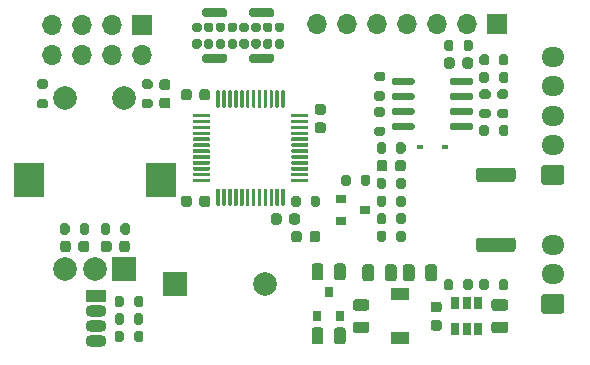
<source format=gbr>
G04 #@! TF.GenerationSoftware,KiCad,Pcbnew,5.1.10-88a1d61d58~90~ubuntu20.04.1*
G04 #@! TF.CreationDate,2021-08-05T14:32:23+02:00*
G04 #@! TF.ProjectId,arlene,61726c65-6e65-42e6-9b69-6361645f7063,v1.00*
G04 #@! TF.SameCoordinates,Original*
G04 #@! TF.FileFunction,Soldermask,Top*
G04 #@! TF.FilePolarity,Negative*
%FSLAX46Y46*%
G04 Gerber Fmt 4.6, Leading zero omitted, Abs format (unit mm)*
G04 Created by KiCad (PCBNEW 5.1.10-88a1d61d58~90~ubuntu20.04.1) date 2021-08-05 14:32:23*
%MOMM*%
%LPD*%
G01*
G04 APERTURE LIST*
%ADD10O,1.800000X1.070000*%
%ADD11R,1.800000X1.070000*%
%ADD12O,1.950000X1.700000*%
%ADD13C,2.000000*%
%ADD14R,2.500000X3.000000*%
%ADD15R,2.000000X2.000000*%
%ADD16R,0.600000X0.450000*%
%ADD17R,0.650000X1.060000*%
%ADD18R,0.800000X0.900000*%
%ADD19R,1.700000X1.700000*%
%ADD20O,1.700000X1.700000*%
%ADD21R,1.600000X1.000000*%
%ADD22R,0.900000X0.800000*%
G04 APERTURE END LIST*
G36*
G01*
X144580000Y-88640000D02*
X144580000Y-88240000D01*
G75*
G02*
X144780000Y-88040000I200000J0D01*
G01*
X145180000Y-88040000D01*
G75*
G02*
X145380000Y-88240000I0J-200000D01*
G01*
X145380000Y-88640000D01*
G75*
G02*
X145180000Y-88840000I-200000J0D01*
G01*
X144780000Y-88840000D01*
G75*
G02*
X144580000Y-88640000I0J200000D01*
G01*
G37*
G36*
G01*
X145580000Y-88640000D02*
X145580000Y-88240000D01*
G75*
G02*
X145780000Y-88040000I200000J0D01*
G01*
X146180000Y-88040000D01*
G75*
G02*
X146380000Y-88240000I0J-200000D01*
G01*
X146380000Y-88640000D01*
G75*
G02*
X146180000Y-88840000I-200000J0D01*
G01*
X145780000Y-88840000D01*
G75*
G02*
X145580000Y-88640000I0J200000D01*
G01*
G37*
G36*
G01*
X146580000Y-88640000D02*
X146580000Y-88240000D01*
G75*
G02*
X146780000Y-88040000I200000J0D01*
G01*
X147180000Y-88040000D01*
G75*
G02*
X147380000Y-88240000I0J-200000D01*
G01*
X147380000Y-88640000D01*
G75*
G02*
X147180000Y-88840000I-200000J0D01*
G01*
X146780000Y-88840000D01*
G75*
G02*
X146580000Y-88640000I0J200000D01*
G01*
G37*
G36*
G01*
X147580000Y-88640000D02*
X147580000Y-88240000D01*
G75*
G02*
X147780000Y-88040000I200000J0D01*
G01*
X148180000Y-88040000D01*
G75*
G02*
X148380000Y-88240000I0J-200000D01*
G01*
X148380000Y-88640000D01*
G75*
G02*
X148180000Y-88840000I-200000J0D01*
G01*
X147780000Y-88840000D01*
G75*
G02*
X147580000Y-88640000I0J200000D01*
G01*
G37*
G36*
G01*
X143580000Y-88640000D02*
X143580000Y-88240000D01*
G75*
G02*
X143780000Y-88040000I200000J0D01*
G01*
X144180000Y-88040000D01*
G75*
G02*
X144380000Y-88240000I0J-200000D01*
G01*
X144380000Y-88640000D01*
G75*
G02*
X144180000Y-88840000I-200000J0D01*
G01*
X143780000Y-88840000D01*
G75*
G02*
X143580000Y-88640000I0J200000D01*
G01*
G37*
G36*
G01*
X141580000Y-88640000D02*
X141580000Y-88240000D01*
G75*
G02*
X141780000Y-88040000I200000J0D01*
G01*
X142180000Y-88040000D01*
G75*
G02*
X142380000Y-88240000I0J-200000D01*
G01*
X142380000Y-88640000D01*
G75*
G02*
X142180000Y-88840000I-200000J0D01*
G01*
X141780000Y-88840000D01*
G75*
G02*
X141580000Y-88640000I0J200000D01*
G01*
G37*
G36*
G01*
X140580000Y-88640000D02*
X140580000Y-88240000D01*
G75*
G02*
X140780000Y-88040000I200000J0D01*
G01*
X141180000Y-88040000D01*
G75*
G02*
X141380000Y-88240000I0J-200000D01*
G01*
X141380000Y-88640000D01*
G75*
G02*
X141180000Y-88840000I-200000J0D01*
G01*
X140780000Y-88840000D01*
G75*
G02*
X140580000Y-88640000I0J200000D01*
G01*
G37*
G36*
G01*
X140580000Y-87240000D02*
X140580000Y-86840000D01*
G75*
G02*
X140780000Y-86640000I200000J0D01*
G01*
X141180000Y-86640000D01*
G75*
G02*
X141380000Y-86840000I0J-200000D01*
G01*
X141380000Y-87240000D01*
G75*
G02*
X141180000Y-87440000I-200000J0D01*
G01*
X140780000Y-87440000D01*
G75*
G02*
X140580000Y-87240000I0J200000D01*
G01*
G37*
G36*
G01*
X141580000Y-87240000D02*
X141580000Y-86840000D01*
G75*
G02*
X141780000Y-86640000I200000J0D01*
G01*
X142180000Y-86640000D01*
G75*
G02*
X142380000Y-86840000I0J-200000D01*
G01*
X142380000Y-87240000D01*
G75*
G02*
X142180000Y-87440000I-200000J0D01*
G01*
X141780000Y-87440000D01*
G75*
G02*
X141580000Y-87240000I0J200000D01*
G01*
G37*
G36*
G01*
X142580000Y-87240000D02*
X142580000Y-86840000D01*
G75*
G02*
X142780000Y-86640000I200000J0D01*
G01*
X143180000Y-86640000D01*
G75*
G02*
X143380000Y-86840000I0J-200000D01*
G01*
X143380000Y-87240000D01*
G75*
G02*
X143180000Y-87440000I-200000J0D01*
G01*
X142780000Y-87440000D01*
G75*
G02*
X142580000Y-87240000I0J200000D01*
G01*
G37*
G36*
G01*
X143580000Y-87240000D02*
X143580000Y-86840000D01*
G75*
G02*
X143780000Y-86640000I200000J0D01*
G01*
X144180000Y-86640000D01*
G75*
G02*
X144380000Y-86840000I0J-200000D01*
G01*
X144380000Y-87240000D01*
G75*
G02*
X144180000Y-87440000I-200000J0D01*
G01*
X143780000Y-87440000D01*
G75*
G02*
X143580000Y-87240000I0J200000D01*
G01*
G37*
G36*
G01*
X144580000Y-87240000D02*
X144580000Y-86840000D01*
G75*
G02*
X144780000Y-86640000I200000J0D01*
G01*
X145180000Y-86640000D01*
G75*
G02*
X145380000Y-86840000I0J-200000D01*
G01*
X145380000Y-87240000D01*
G75*
G02*
X145180000Y-87440000I-200000J0D01*
G01*
X144780000Y-87440000D01*
G75*
G02*
X144580000Y-87240000I0J200000D01*
G01*
G37*
G36*
G01*
X146580000Y-87240000D02*
X146580000Y-86840000D01*
G75*
G02*
X146780000Y-86640000I200000J0D01*
G01*
X147180000Y-86640000D01*
G75*
G02*
X147380000Y-86840000I0J-200000D01*
G01*
X147380000Y-87240000D01*
G75*
G02*
X147180000Y-87440000I-200000J0D01*
G01*
X146780000Y-87440000D01*
G75*
G02*
X146580000Y-87240000I0J200000D01*
G01*
G37*
G36*
G01*
X147580000Y-87240000D02*
X147580000Y-86840000D01*
G75*
G02*
X147780000Y-86640000I200000J0D01*
G01*
X148180000Y-86640000D01*
G75*
G02*
X148380000Y-86840000I0J-200000D01*
G01*
X148380000Y-87240000D01*
G75*
G02*
X148180000Y-87440000I-200000J0D01*
G01*
X147780000Y-87440000D01*
G75*
G02*
X147580000Y-87240000I0J200000D01*
G01*
G37*
G36*
G01*
X141430000Y-86010000D02*
X141430000Y-85610000D01*
G75*
G02*
X141630000Y-85410000I200000J0D01*
G01*
X143330000Y-85410000D01*
G75*
G02*
X143530000Y-85610000I0J-200000D01*
G01*
X143530000Y-86010000D01*
G75*
G02*
X143330000Y-86210000I-200000J0D01*
G01*
X141630000Y-86210000D01*
G75*
G02*
X141430000Y-86010000I0J200000D01*
G01*
G37*
G36*
G01*
X145430000Y-86010000D02*
X145430000Y-85610000D01*
G75*
G02*
X145630000Y-85410000I200000J0D01*
G01*
X147330000Y-85410000D01*
G75*
G02*
X147530000Y-85610000I0J-200000D01*
G01*
X147530000Y-86010000D01*
G75*
G02*
X147330000Y-86210000I-200000J0D01*
G01*
X145630000Y-86210000D01*
G75*
G02*
X145430000Y-86010000I0J200000D01*
G01*
G37*
G36*
G01*
X145430000Y-89870000D02*
X145430000Y-89470000D01*
G75*
G02*
X145630000Y-89270000I200000J0D01*
G01*
X147330000Y-89270000D01*
G75*
G02*
X147530000Y-89470000I0J-200000D01*
G01*
X147530000Y-89870000D01*
G75*
G02*
X147330000Y-90070000I-200000J0D01*
G01*
X145630000Y-90070000D01*
G75*
G02*
X145430000Y-89870000I0J200000D01*
G01*
G37*
G36*
G01*
X141430000Y-89870000D02*
X141430000Y-89470000D01*
G75*
G02*
X141630000Y-89270000I200000J0D01*
G01*
X143330000Y-89270000D01*
G75*
G02*
X143530000Y-89470000I0J-200000D01*
G01*
X143530000Y-89870000D01*
G75*
G02*
X143330000Y-90070000I-200000J0D01*
G01*
X141630000Y-90070000D01*
G75*
G02*
X141430000Y-89870000I0J200000D01*
G01*
G37*
G36*
G01*
X145580000Y-87240000D02*
X145580000Y-86840000D01*
G75*
G02*
X145780000Y-86640000I200000J0D01*
G01*
X146180000Y-86640000D01*
G75*
G02*
X146380000Y-86840000I0J-200000D01*
G01*
X146380000Y-87240000D01*
G75*
G02*
X146180000Y-87440000I-200000J0D01*
G01*
X145780000Y-87440000D01*
G75*
G02*
X145580000Y-87240000I0J200000D01*
G01*
G37*
G36*
G01*
X142580000Y-88640000D02*
X142580000Y-88240000D01*
G75*
G02*
X142780000Y-88040000I200000J0D01*
G01*
X143180000Y-88040000D01*
G75*
G02*
X143380000Y-88240000I0J-200000D01*
G01*
X143380000Y-88640000D01*
G75*
G02*
X143180000Y-88840000I-200000J0D01*
G01*
X142780000Y-88840000D01*
G75*
G02*
X142580000Y-88640000I0J200000D01*
G01*
G37*
D10*
X132480000Y-113560000D03*
X132480000Y-112290000D03*
X132480000Y-111020000D03*
D11*
X132480000Y-109750000D03*
G36*
G01*
X167715000Y-106075000D02*
X164865000Y-106075000D01*
G75*
G02*
X164615000Y-105825000I0J250000D01*
G01*
X164615000Y-105100000D01*
G75*
G02*
X164865000Y-104850000I250000J0D01*
G01*
X167715000Y-104850000D01*
G75*
G02*
X167965000Y-105100000I0J-250000D01*
G01*
X167965000Y-105825000D01*
G75*
G02*
X167715000Y-106075000I-250000J0D01*
G01*
G37*
G36*
G01*
X167715000Y-100150000D02*
X164865000Y-100150000D01*
G75*
G02*
X164615000Y-99900000I0J250000D01*
G01*
X164615000Y-99175000D01*
G75*
G02*
X164865000Y-98925000I250000J0D01*
G01*
X167715000Y-98925000D01*
G75*
G02*
X167965000Y-99175000I0J-250000D01*
G01*
X167965000Y-99900000D01*
G75*
G02*
X167715000Y-100150000I-250000J0D01*
G01*
G37*
G36*
G01*
X166605000Y-92305000D02*
X167155000Y-92305000D01*
G75*
G02*
X167355000Y-92505000I0J-200000D01*
G01*
X167355000Y-92905000D01*
G75*
G02*
X167155000Y-93105000I-200000J0D01*
G01*
X166605000Y-93105000D01*
G75*
G02*
X166405000Y-92905000I0J200000D01*
G01*
X166405000Y-92505000D01*
G75*
G02*
X166605000Y-92305000I200000J0D01*
G01*
G37*
G36*
G01*
X166605000Y-93955000D02*
X167155000Y-93955000D01*
G75*
G02*
X167355000Y-94155000I0J-200000D01*
G01*
X167355000Y-94555000D01*
G75*
G02*
X167155000Y-94755000I-200000J0D01*
G01*
X166605000Y-94755000D01*
G75*
G02*
X166405000Y-94555000I0J200000D01*
G01*
X166405000Y-94155000D01*
G75*
G02*
X166605000Y-93955000I200000J0D01*
G01*
G37*
G36*
G01*
X165105000Y-93955000D02*
X165655000Y-93955000D01*
G75*
G02*
X165855000Y-94155000I0J-200000D01*
G01*
X165855000Y-94555000D01*
G75*
G02*
X165655000Y-94755000I-200000J0D01*
G01*
X165105000Y-94755000D01*
G75*
G02*
X164905000Y-94555000I0J200000D01*
G01*
X164905000Y-94155000D01*
G75*
G02*
X165105000Y-93955000I200000J0D01*
G01*
G37*
G36*
G01*
X165105000Y-92305000D02*
X165655000Y-92305000D01*
G75*
G02*
X165855000Y-92505000I0J-200000D01*
G01*
X165855000Y-92905000D01*
G75*
G02*
X165655000Y-93105000I-200000J0D01*
G01*
X165105000Y-93105000D01*
G75*
G02*
X164905000Y-92905000I0J200000D01*
G01*
X164905000Y-92505000D01*
G75*
G02*
X165105000Y-92305000I200000J0D01*
G01*
G37*
G36*
G01*
X165705000Y-91015000D02*
X165705000Y-91565000D01*
G75*
G02*
X165505000Y-91765000I-200000J0D01*
G01*
X165105000Y-91765000D01*
G75*
G02*
X164905000Y-91565000I0J200000D01*
G01*
X164905000Y-91015000D01*
G75*
G02*
X165105000Y-90815000I200000J0D01*
G01*
X165505000Y-90815000D01*
G75*
G02*
X165705000Y-91015000I0J-200000D01*
G01*
G37*
G36*
G01*
X167355000Y-91015000D02*
X167355000Y-91565000D01*
G75*
G02*
X167155000Y-91765000I-200000J0D01*
G01*
X166755000Y-91765000D01*
G75*
G02*
X166555000Y-91565000I0J200000D01*
G01*
X166555000Y-91015000D01*
G75*
G02*
X166755000Y-90815000I200000J0D01*
G01*
X167155000Y-90815000D01*
G75*
G02*
X167355000Y-91015000I0J-200000D01*
G01*
G37*
G36*
G01*
X157460000Y-91775000D02*
X157460000Y-91475000D01*
G75*
G02*
X157610000Y-91325000I150000J0D01*
G01*
X159260000Y-91325000D01*
G75*
G02*
X159410000Y-91475000I0J-150000D01*
G01*
X159410000Y-91775000D01*
G75*
G02*
X159260000Y-91925000I-150000J0D01*
G01*
X157610000Y-91925000D01*
G75*
G02*
X157460000Y-91775000I0J150000D01*
G01*
G37*
G36*
G01*
X157460000Y-93045000D02*
X157460000Y-92745000D01*
G75*
G02*
X157610000Y-92595000I150000J0D01*
G01*
X159260000Y-92595000D01*
G75*
G02*
X159410000Y-92745000I0J-150000D01*
G01*
X159410000Y-93045000D01*
G75*
G02*
X159260000Y-93195000I-150000J0D01*
G01*
X157610000Y-93195000D01*
G75*
G02*
X157460000Y-93045000I0J150000D01*
G01*
G37*
G36*
G01*
X157460000Y-94315000D02*
X157460000Y-94015000D01*
G75*
G02*
X157610000Y-93865000I150000J0D01*
G01*
X159260000Y-93865000D01*
G75*
G02*
X159410000Y-94015000I0J-150000D01*
G01*
X159410000Y-94315000D01*
G75*
G02*
X159260000Y-94465000I-150000J0D01*
G01*
X157610000Y-94465000D01*
G75*
G02*
X157460000Y-94315000I0J150000D01*
G01*
G37*
G36*
G01*
X157460000Y-95585000D02*
X157460000Y-95285000D01*
G75*
G02*
X157610000Y-95135000I150000J0D01*
G01*
X159260000Y-95135000D01*
G75*
G02*
X159410000Y-95285000I0J-150000D01*
G01*
X159410000Y-95585000D01*
G75*
G02*
X159260000Y-95735000I-150000J0D01*
G01*
X157610000Y-95735000D01*
G75*
G02*
X157460000Y-95585000I0J150000D01*
G01*
G37*
G36*
G01*
X162410000Y-95585000D02*
X162410000Y-95285000D01*
G75*
G02*
X162560000Y-95135000I150000J0D01*
G01*
X164210000Y-95135000D01*
G75*
G02*
X164360000Y-95285000I0J-150000D01*
G01*
X164360000Y-95585000D01*
G75*
G02*
X164210000Y-95735000I-150000J0D01*
G01*
X162560000Y-95735000D01*
G75*
G02*
X162410000Y-95585000I0J150000D01*
G01*
G37*
G36*
G01*
X162410000Y-94315000D02*
X162410000Y-94015000D01*
G75*
G02*
X162560000Y-93865000I150000J0D01*
G01*
X164210000Y-93865000D01*
G75*
G02*
X164360000Y-94015000I0J-150000D01*
G01*
X164360000Y-94315000D01*
G75*
G02*
X164210000Y-94465000I-150000J0D01*
G01*
X162560000Y-94465000D01*
G75*
G02*
X162410000Y-94315000I0J150000D01*
G01*
G37*
G36*
G01*
X162410000Y-93045000D02*
X162410000Y-92745000D01*
G75*
G02*
X162560000Y-92595000I150000J0D01*
G01*
X164210000Y-92595000D01*
G75*
G02*
X164360000Y-92745000I0J-150000D01*
G01*
X164360000Y-93045000D01*
G75*
G02*
X164210000Y-93195000I-150000J0D01*
G01*
X162560000Y-93195000D01*
G75*
G02*
X162410000Y-93045000I0J150000D01*
G01*
G37*
G36*
G01*
X162410000Y-91775000D02*
X162410000Y-91475000D01*
G75*
G02*
X162560000Y-91325000I150000J0D01*
G01*
X164210000Y-91325000D01*
G75*
G02*
X164360000Y-91475000I0J-150000D01*
G01*
X164360000Y-91775000D01*
G75*
G02*
X164210000Y-91925000I-150000J0D01*
G01*
X162560000Y-91925000D01*
G75*
G02*
X162410000Y-91775000I0J150000D01*
G01*
G37*
G36*
G01*
X156205000Y-102035000D02*
X156205000Y-101485000D01*
G75*
G02*
X156405000Y-101285000I200000J0D01*
G01*
X156805000Y-101285000D01*
G75*
G02*
X157005000Y-101485000I0J-200000D01*
G01*
X157005000Y-102035000D01*
G75*
G02*
X156805000Y-102235000I-200000J0D01*
G01*
X156405000Y-102235000D01*
G75*
G02*
X156205000Y-102035000I0J200000D01*
G01*
G37*
G36*
G01*
X157855000Y-102035000D02*
X157855000Y-101485000D01*
G75*
G02*
X158055000Y-101285000I200000J0D01*
G01*
X158455000Y-101285000D01*
G75*
G02*
X158655000Y-101485000I0J-200000D01*
G01*
X158655000Y-102035000D01*
G75*
G02*
X158455000Y-102235000I-200000J0D01*
G01*
X158055000Y-102235000D01*
G75*
G02*
X157855000Y-102035000I0J200000D01*
G01*
G37*
G36*
G01*
X157005000Y-99985000D02*
X157005000Y-100535000D01*
G75*
G02*
X156805000Y-100735000I-200000J0D01*
G01*
X156405000Y-100735000D01*
G75*
G02*
X156205000Y-100535000I0J200000D01*
G01*
X156205000Y-99985000D01*
G75*
G02*
X156405000Y-99785000I200000J0D01*
G01*
X156805000Y-99785000D01*
G75*
G02*
X157005000Y-99985000I0J-200000D01*
G01*
G37*
G36*
G01*
X158655000Y-99985000D02*
X158655000Y-100535000D01*
G75*
G02*
X158455000Y-100735000I-200000J0D01*
G01*
X158055000Y-100735000D01*
G75*
G02*
X157855000Y-100535000I0J200000D01*
G01*
X157855000Y-99985000D01*
G75*
G02*
X158055000Y-99785000I200000J0D01*
G01*
X158455000Y-99785000D01*
G75*
G02*
X158655000Y-99985000I0J-200000D01*
G01*
G37*
G36*
G01*
X158655000Y-104465000D02*
X158655000Y-105015000D01*
G75*
G02*
X158455000Y-105215000I-200000J0D01*
G01*
X158055000Y-105215000D01*
G75*
G02*
X157855000Y-105015000I0J200000D01*
G01*
X157855000Y-104465000D01*
G75*
G02*
X158055000Y-104265000I200000J0D01*
G01*
X158455000Y-104265000D01*
G75*
G02*
X158655000Y-104465000I0J-200000D01*
G01*
G37*
G36*
G01*
X157005000Y-104465000D02*
X157005000Y-105015000D01*
G75*
G02*
X156805000Y-105215000I-200000J0D01*
G01*
X156405000Y-105215000D01*
G75*
G02*
X156205000Y-105015000I0J200000D01*
G01*
X156205000Y-104465000D01*
G75*
G02*
X156405000Y-104265000I200000J0D01*
G01*
X156805000Y-104265000D01*
G75*
G02*
X157005000Y-104465000I0J-200000D01*
G01*
G37*
G36*
G01*
X157855000Y-103515000D02*
X157855000Y-102965000D01*
G75*
G02*
X158055000Y-102765000I200000J0D01*
G01*
X158455000Y-102765000D01*
G75*
G02*
X158655000Y-102965000I0J-200000D01*
G01*
X158655000Y-103515000D01*
G75*
G02*
X158455000Y-103715000I-200000J0D01*
G01*
X158055000Y-103715000D01*
G75*
G02*
X157855000Y-103515000I0J200000D01*
G01*
G37*
G36*
G01*
X156205000Y-103515000D02*
X156205000Y-102965000D01*
G75*
G02*
X156405000Y-102765000I200000J0D01*
G01*
X156805000Y-102765000D01*
G75*
G02*
X157005000Y-102965000I0J-200000D01*
G01*
X157005000Y-103515000D01*
G75*
G02*
X156805000Y-103715000I-200000J0D01*
G01*
X156405000Y-103715000D01*
G75*
G02*
X156205000Y-103515000I0J200000D01*
G01*
G37*
G36*
G01*
X171825000Y-111310000D02*
X170375000Y-111310000D01*
G75*
G02*
X170125000Y-111060000I0J250000D01*
G01*
X170125000Y-109860000D01*
G75*
G02*
X170375000Y-109610000I250000J0D01*
G01*
X171825000Y-109610000D01*
G75*
G02*
X172075000Y-109860000I0J-250000D01*
G01*
X172075000Y-111060000D01*
G75*
G02*
X171825000Y-111310000I-250000J0D01*
G01*
G37*
D12*
X171100000Y-107960000D03*
X171100000Y-105460000D03*
G36*
G01*
X171825000Y-100390000D02*
X170375000Y-100390000D01*
G75*
G02*
X170125000Y-100140000I0J250000D01*
G01*
X170125000Y-98940000D01*
G75*
G02*
X170375000Y-98690000I250000J0D01*
G01*
X171825000Y-98690000D01*
G75*
G02*
X172075000Y-98940000I0J-250000D01*
G01*
X172075000Y-100140000D01*
G75*
G02*
X171825000Y-100390000I-250000J0D01*
G01*
G37*
X171100000Y-97040000D03*
X171100000Y-94540000D03*
X171100000Y-92040000D03*
X171100000Y-89540000D03*
D13*
X129850000Y-93000000D03*
X134850000Y-93000000D03*
D14*
X126750000Y-100000000D03*
X137950000Y-100000000D03*
D13*
X129850000Y-107500000D03*
X132350000Y-107500000D03*
D15*
X134850000Y-107500000D03*
X139130000Y-108750000D03*
D13*
X146730000Y-108750000D03*
G36*
G01*
X167105000Y-112950000D02*
X166155000Y-112950000D01*
G75*
G02*
X165905000Y-112700000I0J250000D01*
G01*
X165905000Y-112200000D01*
G75*
G02*
X166155000Y-111950000I250000J0D01*
G01*
X167105000Y-111950000D01*
G75*
G02*
X167355000Y-112200000I0J-250000D01*
G01*
X167355000Y-112700000D01*
G75*
G02*
X167105000Y-112950000I-250000J0D01*
G01*
G37*
G36*
G01*
X167105000Y-111050000D02*
X166155000Y-111050000D01*
G75*
G02*
X165905000Y-110800000I0J250000D01*
G01*
X165905000Y-110300000D01*
G75*
G02*
X166155000Y-110050000I250000J0D01*
G01*
X167105000Y-110050000D01*
G75*
G02*
X167355000Y-110300000I0J-250000D01*
G01*
X167355000Y-110800000D01*
G75*
G02*
X167105000Y-111050000I-250000J0D01*
G01*
G37*
G36*
G01*
X160990000Y-111825000D02*
X161490000Y-111825000D01*
G75*
G02*
X161715000Y-112050000I0J-225000D01*
G01*
X161715000Y-112500000D01*
G75*
G02*
X161490000Y-112725000I-225000J0D01*
G01*
X160990000Y-112725000D01*
G75*
G02*
X160765000Y-112500000I0J225000D01*
G01*
X160765000Y-112050000D01*
G75*
G02*
X160990000Y-111825000I225000J0D01*
G01*
G37*
G36*
G01*
X160990000Y-110275000D02*
X161490000Y-110275000D01*
G75*
G02*
X161715000Y-110500000I0J-225000D01*
G01*
X161715000Y-110950000D01*
G75*
G02*
X161490000Y-111175000I-225000J0D01*
G01*
X160990000Y-111175000D01*
G75*
G02*
X160765000Y-110950000I0J225000D01*
G01*
X160765000Y-110500000D01*
G75*
G02*
X160990000Y-110275000I225000J0D01*
G01*
G37*
G36*
G01*
X153590000Y-107275000D02*
X153590000Y-108225000D01*
G75*
G02*
X153340000Y-108475000I-250000J0D01*
G01*
X152840000Y-108475000D01*
G75*
G02*
X152590000Y-108225000I0J250000D01*
G01*
X152590000Y-107275000D01*
G75*
G02*
X152840000Y-107025000I250000J0D01*
G01*
X153340000Y-107025000D01*
G75*
G02*
X153590000Y-107275000I0J-250000D01*
G01*
G37*
G36*
G01*
X151690000Y-107275000D02*
X151690000Y-108225000D01*
G75*
G02*
X151440000Y-108475000I-250000J0D01*
G01*
X150940000Y-108475000D01*
G75*
G02*
X150690000Y-108225000I0J250000D01*
G01*
X150690000Y-107275000D01*
G75*
G02*
X150940000Y-107025000I250000J0D01*
G01*
X151440000Y-107025000D01*
G75*
G02*
X151690000Y-107275000I0J-250000D01*
G01*
G37*
G36*
G01*
X151690000Y-112695000D02*
X151690000Y-113645000D01*
G75*
G02*
X151440000Y-113895000I-250000J0D01*
G01*
X150940000Y-113895000D01*
G75*
G02*
X150690000Y-113645000I0J250000D01*
G01*
X150690000Y-112695000D01*
G75*
G02*
X150940000Y-112445000I250000J0D01*
G01*
X151440000Y-112445000D01*
G75*
G02*
X151690000Y-112695000I0J-250000D01*
G01*
G37*
G36*
G01*
X153590000Y-112695000D02*
X153590000Y-113645000D01*
G75*
G02*
X153340000Y-113895000I-250000J0D01*
G01*
X152840000Y-113895000D01*
G75*
G02*
X152590000Y-113645000I0J250000D01*
G01*
X152590000Y-112695000D01*
G75*
G02*
X152840000Y-112445000I250000J0D01*
G01*
X153340000Y-112445000D01*
G75*
G02*
X153590000Y-112695000I0J-250000D01*
G01*
G37*
G36*
G01*
X158410000Y-108305000D02*
X158410000Y-107355000D01*
G75*
G02*
X158660000Y-107105000I250000J0D01*
G01*
X159160000Y-107105000D01*
G75*
G02*
X159410000Y-107355000I0J-250000D01*
G01*
X159410000Y-108305000D01*
G75*
G02*
X159160000Y-108555000I-250000J0D01*
G01*
X158660000Y-108555000D01*
G75*
G02*
X158410000Y-108305000I0J250000D01*
G01*
G37*
G36*
G01*
X160310000Y-108305000D02*
X160310000Y-107355000D01*
G75*
G02*
X160560000Y-107105000I250000J0D01*
G01*
X161060000Y-107105000D01*
G75*
G02*
X161310000Y-107355000I0J-250000D01*
G01*
X161310000Y-108305000D01*
G75*
G02*
X161060000Y-108555000I-250000J0D01*
G01*
X160560000Y-108555000D01*
G75*
G02*
X160310000Y-108305000I0J250000D01*
G01*
G37*
G36*
G01*
X155990000Y-107355000D02*
X155990000Y-108305000D01*
G75*
G02*
X155740000Y-108555000I-250000J0D01*
G01*
X155240000Y-108555000D01*
G75*
G02*
X154990000Y-108305000I0J250000D01*
G01*
X154990000Y-107355000D01*
G75*
G02*
X155240000Y-107105000I250000J0D01*
G01*
X155740000Y-107105000D01*
G75*
G02*
X155990000Y-107355000I0J-250000D01*
G01*
G37*
G36*
G01*
X157890000Y-107355000D02*
X157890000Y-108305000D01*
G75*
G02*
X157640000Y-108555000I-250000J0D01*
G01*
X157140000Y-108555000D01*
G75*
G02*
X156890000Y-108305000I0J250000D01*
G01*
X156890000Y-107355000D01*
G75*
G02*
X157140000Y-107105000I250000J0D01*
G01*
X157640000Y-107105000D01*
G75*
G02*
X157890000Y-107355000I0J-250000D01*
G01*
G37*
G36*
G01*
X142095000Y-92510000D02*
X142095000Y-93010000D01*
G75*
G02*
X141870000Y-93235000I-225000J0D01*
G01*
X141420000Y-93235000D01*
G75*
G02*
X141195000Y-93010000I0J225000D01*
G01*
X141195000Y-92510000D01*
G75*
G02*
X141420000Y-92285000I225000J0D01*
G01*
X141870000Y-92285000D01*
G75*
G02*
X142095000Y-92510000I0J-225000D01*
G01*
G37*
G36*
G01*
X140545000Y-92510000D02*
X140545000Y-93010000D01*
G75*
G02*
X140320000Y-93235000I-225000J0D01*
G01*
X139870000Y-93235000D01*
G75*
G02*
X139645000Y-93010000I0J225000D01*
G01*
X139645000Y-92510000D01*
G75*
G02*
X139870000Y-92285000I225000J0D01*
G01*
X140320000Y-92285000D01*
G75*
G02*
X140545000Y-92510000I0J-225000D01*
G01*
G37*
G36*
G01*
X151180000Y-95095000D02*
X151680000Y-95095000D01*
G75*
G02*
X151905000Y-95320000I0J-225000D01*
G01*
X151905000Y-95770000D01*
G75*
G02*
X151680000Y-95995000I-225000J0D01*
G01*
X151180000Y-95995000D01*
G75*
G02*
X150955000Y-95770000I0J225000D01*
G01*
X150955000Y-95320000D01*
G75*
G02*
X151180000Y-95095000I225000J0D01*
G01*
G37*
G36*
G01*
X151180000Y-93545000D02*
X151680000Y-93545000D01*
G75*
G02*
X151905000Y-93770000I0J-225000D01*
G01*
X151905000Y-94220000D01*
G75*
G02*
X151680000Y-94445000I-225000J0D01*
G01*
X151180000Y-94445000D01*
G75*
G02*
X150955000Y-94220000I0J225000D01*
G01*
X150955000Y-93770000D01*
G75*
G02*
X151180000Y-93545000I225000J0D01*
G01*
G37*
G36*
G01*
X140545000Y-101530000D02*
X140545000Y-102030000D01*
G75*
G02*
X140320000Y-102255000I-225000J0D01*
G01*
X139870000Y-102255000D01*
G75*
G02*
X139645000Y-102030000I0J225000D01*
G01*
X139645000Y-101530000D01*
G75*
G02*
X139870000Y-101305000I225000J0D01*
G01*
X140320000Y-101305000D01*
G75*
G02*
X140545000Y-101530000I0J-225000D01*
G01*
G37*
G36*
G01*
X142095000Y-101530000D02*
X142095000Y-102030000D01*
G75*
G02*
X141870000Y-102255000I-225000J0D01*
G01*
X141420000Y-102255000D01*
G75*
G02*
X141195000Y-102030000I0J225000D01*
G01*
X141195000Y-101530000D01*
G75*
G02*
X141420000Y-101305000I225000J0D01*
G01*
X141870000Y-101305000D01*
G75*
G02*
X142095000Y-101530000I0J-225000D01*
G01*
G37*
G36*
G01*
X147245000Y-103520000D02*
X147245000Y-103020000D01*
G75*
G02*
X147470000Y-102795000I225000J0D01*
G01*
X147920000Y-102795000D01*
G75*
G02*
X148145000Y-103020000I0J-225000D01*
G01*
X148145000Y-103520000D01*
G75*
G02*
X147920000Y-103745000I-225000J0D01*
G01*
X147470000Y-103745000D01*
G75*
G02*
X147245000Y-103520000I0J225000D01*
G01*
G37*
G36*
G01*
X148795000Y-103520000D02*
X148795000Y-103020000D01*
G75*
G02*
X149020000Y-102795000I225000J0D01*
G01*
X149470000Y-102795000D01*
G75*
G02*
X149695000Y-103020000I0J-225000D01*
G01*
X149695000Y-103520000D01*
G75*
G02*
X149470000Y-103745000I-225000J0D01*
G01*
X149020000Y-103745000D01*
G75*
G02*
X148795000Y-103520000I0J225000D01*
G01*
G37*
G36*
G01*
X148965000Y-105010000D02*
X148965000Y-104510000D01*
G75*
G02*
X149190000Y-104285000I225000J0D01*
G01*
X149640000Y-104285000D01*
G75*
G02*
X149865000Y-104510000I0J-225000D01*
G01*
X149865000Y-105010000D01*
G75*
G02*
X149640000Y-105235000I-225000J0D01*
G01*
X149190000Y-105235000D01*
G75*
G02*
X148965000Y-105010000I0J225000D01*
G01*
G37*
G36*
G01*
X150515000Y-105010000D02*
X150515000Y-104510000D01*
G75*
G02*
X150740000Y-104285000I225000J0D01*
G01*
X151190000Y-104285000D01*
G75*
G02*
X151415000Y-104510000I0J-225000D01*
G01*
X151415000Y-105010000D01*
G75*
G02*
X151190000Y-105235000I-225000J0D01*
G01*
X150740000Y-105235000D01*
G75*
G02*
X150515000Y-105010000I0J225000D01*
G01*
G37*
G36*
G01*
X158655000Y-98510000D02*
X158655000Y-99010000D01*
G75*
G02*
X158430000Y-99235000I-225000J0D01*
G01*
X157980000Y-99235000D01*
G75*
G02*
X157755000Y-99010000I0J225000D01*
G01*
X157755000Y-98510000D01*
G75*
G02*
X157980000Y-98285000I225000J0D01*
G01*
X158430000Y-98285000D01*
G75*
G02*
X158655000Y-98510000I0J-225000D01*
G01*
G37*
G36*
G01*
X157105000Y-98510000D02*
X157105000Y-99010000D01*
G75*
G02*
X156880000Y-99235000I-225000J0D01*
G01*
X156430000Y-99235000D01*
G75*
G02*
X156205000Y-99010000I0J225000D01*
G01*
X156205000Y-98510000D01*
G75*
G02*
X156430000Y-98285000I225000J0D01*
G01*
X156880000Y-98285000D01*
G75*
G02*
X157105000Y-98510000I0J-225000D01*
G01*
G37*
G36*
G01*
X161905000Y-90320000D02*
X161905000Y-89820000D01*
G75*
G02*
X162130000Y-89595000I225000J0D01*
G01*
X162580000Y-89595000D01*
G75*
G02*
X162805000Y-89820000I0J-225000D01*
G01*
X162805000Y-90320000D01*
G75*
G02*
X162580000Y-90545000I-225000J0D01*
G01*
X162130000Y-90545000D01*
G75*
G02*
X161905000Y-90320000I0J225000D01*
G01*
G37*
G36*
G01*
X163455000Y-90320000D02*
X163455000Y-89820000D01*
G75*
G02*
X163680000Y-89595000I225000J0D01*
G01*
X164130000Y-89595000D01*
G75*
G02*
X164355000Y-89820000I0J-225000D01*
G01*
X164355000Y-90320000D01*
G75*
G02*
X164130000Y-90545000I-225000J0D01*
G01*
X163680000Y-90545000D01*
G75*
G02*
X163455000Y-90320000I0J225000D01*
G01*
G37*
G36*
G01*
X155336250Y-111050000D02*
X154423750Y-111050000D01*
G75*
G02*
X154180000Y-110806250I0J243750D01*
G01*
X154180000Y-110318750D01*
G75*
G02*
X154423750Y-110075000I243750J0D01*
G01*
X155336250Y-110075000D01*
G75*
G02*
X155580000Y-110318750I0J-243750D01*
G01*
X155580000Y-110806250D01*
G75*
G02*
X155336250Y-111050000I-243750J0D01*
G01*
G37*
G36*
G01*
X155336250Y-112925000D02*
X154423750Y-112925000D01*
G75*
G02*
X154180000Y-112681250I0J243750D01*
G01*
X154180000Y-112193750D01*
G75*
G02*
X154423750Y-111950000I243750J0D01*
G01*
X155336250Y-111950000D01*
G75*
G02*
X155580000Y-112193750I0J-243750D01*
G01*
X155580000Y-112681250D01*
G75*
G02*
X155336250Y-112925000I-243750J0D01*
G01*
G37*
D16*
X161960000Y-97210000D03*
X159860000Y-97210000D03*
G36*
G01*
X161885000Y-109105000D02*
X161885000Y-108555000D01*
G75*
G02*
X162085000Y-108355000I200000J0D01*
G01*
X162485000Y-108355000D01*
G75*
G02*
X162685000Y-108555000I0J-200000D01*
G01*
X162685000Y-109105000D01*
G75*
G02*
X162485000Y-109305000I-200000J0D01*
G01*
X162085000Y-109305000D01*
G75*
G02*
X161885000Y-109105000I0J200000D01*
G01*
G37*
G36*
G01*
X163535000Y-109105000D02*
X163535000Y-108555000D01*
G75*
G02*
X163735000Y-108355000I200000J0D01*
G01*
X164135000Y-108355000D01*
G75*
G02*
X164335000Y-108555000I0J-200000D01*
G01*
X164335000Y-109105000D01*
G75*
G02*
X164135000Y-109305000I-200000J0D01*
G01*
X163735000Y-109305000D01*
G75*
G02*
X163535000Y-109105000I0J200000D01*
G01*
G37*
G36*
G01*
X166535000Y-109105000D02*
X166535000Y-108555000D01*
G75*
G02*
X166735000Y-108355000I200000J0D01*
G01*
X167135000Y-108355000D01*
G75*
G02*
X167335000Y-108555000I0J-200000D01*
G01*
X167335000Y-109105000D01*
G75*
G02*
X167135000Y-109305000I-200000J0D01*
G01*
X166735000Y-109305000D01*
G75*
G02*
X166535000Y-109105000I0J200000D01*
G01*
G37*
G36*
G01*
X164885000Y-109105000D02*
X164885000Y-108555000D01*
G75*
G02*
X165085000Y-108355000I200000J0D01*
G01*
X165485000Y-108355000D01*
G75*
G02*
X165685000Y-108555000I0J-200000D01*
G01*
X165685000Y-109105000D01*
G75*
G02*
X165485000Y-109305000I-200000J0D01*
G01*
X165085000Y-109305000D01*
G75*
G02*
X164885000Y-109105000I0J200000D01*
G01*
G37*
G36*
G01*
X127625000Y-91455000D02*
X128175000Y-91455000D01*
G75*
G02*
X128375000Y-91655000I0J-200000D01*
G01*
X128375000Y-92055000D01*
G75*
G02*
X128175000Y-92255000I-200000J0D01*
G01*
X127625000Y-92255000D01*
G75*
G02*
X127425000Y-92055000I0J200000D01*
G01*
X127425000Y-91655000D01*
G75*
G02*
X127625000Y-91455000I200000J0D01*
G01*
G37*
G36*
G01*
X127625000Y-93105000D02*
X128175000Y-93105000D01*
G75*
G02*
X128375000Y-93305000I0J-200000D01*
G01*
X128375000Y-93705000D01*
G75*
G02*
X128175000Y-93905000I-200000J0D01*
G01*
X127625000Y-93905000D01*
G75*
G02*
X127425000Y-93705000I0J200000D01*
G01*
X127425000Y-93305000D01*
G75*
G02*
X127625000Y-93105000I200000J0D01*
G01*
G37*
G36*
G01*
X154855000Y-100265000D02*
X154855000Y-99715000D01*
G75*
G02*
X155055000Y-99515000I200000J0D01*
G01*
X155455000Y-99515000D01*
G75*
G02*
X155655000Y-99715000I0J-200000D01*
G01*
X155655000Y-100265000D01*
G75*
G02*
X155455000Y-100465000I-200000J0D01*
G01*
X155055000Y-100465000D01*
G75*
G02*
X154855000Y-100265000I0J200000D01*
G01*
G37*
G36*
G01*
X153205000Y-100265000D02*
X153205000Y-99715000D01*
G75*
G02*
X153405000Y-99515000I200000J0D01*
G01*
X153805000Y-99515000D01*
G75*
G02*
X154005000Y-99715000I0J-200000D01*
G01*
X154005000Y-100265000D01*
G75*
G02*
X153805000Y-100465000I-200000J0D01*
G01*
X153405000Y-100465000D01*
G75*
G02*
X153205000Y-100265000I0J200000D01*
G01*
G37*
G36*
G01*
X164905000Y-90075000D02*
X164905000Y-89525000D01*
G75*
G02*
X165105000Y-89325000I200000J0D01*
G01*
X165505000Y-89325000D01*
G75*
G02*
X165705000Y-89525000I0J-200000D01*
G01*
X165705000Y-90075000D01*
G75*
G02*
X165505000Y-90275000I-200000J0D01*
G01*
X165105000Y-90275000D01*
G75*
G02*
X164905000Y-90075000I0J200000D01*
G01*
G37*
G36*
G01*
X166555000Y-90075000D02*
X166555000Y-89525000D01*
G75*
G02*
X166755000Y-89325000I200000J0D01*
G01*
X167155000Y-89325000D01*
G75*
G02*
X167355000Y-89525000I0J-200000D01*
G01*
X167355000Y-90075000D01*
G75*
G02*
X167155000Y-90275000I-200000J0D01*
G01*
X166755000Y-90275000D01*
G75*
G02*
X166555000Y-90075000I0J200000D01*
G01*
G37*
G36*
G01*
X163555000Y-88855000D02*
X163555000Y-88305000D01*
G75*
G02*
X163755000Y-88105000I200000J0D01*
G01*
X164155000Y-88105000D01*
G75*
G02*
X164355000Y-88305000I0J-200000D01*
G01*
X164355000Y-88855000D01*
G75*
G02*
X164155000Y-89055000I-200000J0D01*
G01*
X163755000Y-89055000D01*
G75*
G02*
X163555000Y-88855000I0J200000D01*
G01*
G37*
G36*
G01*
X161905000Y-88855000D02*
X161905000Y-88305000D01*
G75*
G02*
X162105000Y-88105000I200000J0D01*
G01*
X162505000Y-88105000D01*
G75*
G02*
X162705000Y-88305000I0J-200000D01*
G01*
X162705000Y-88855000D01*
G75*
G02*
X162505000Y-89055000I-200000J0D01*
G01*
X162105000Y-89055000D01*
G75*
G02*
X161905000Y-88855000I0J200000D01*
G01*
G37*
G36*
G01*
X157855000Y-97535000D02*
X157855000Y-96985000D01*
G75*
G02*
X158055000Y-96785000I200000J0D01*
G01*
X158455000Y-96785000D01*
G75*
G02*
X158655000Y-96985000I0J-200000D01*
G01*
X158655000Y-97535000D01*
G75*
G02*
X158455000Y-97735000I-200000J0D01*
G01*
X158055000Y-97735000D01*
G75*
G02*
X157855000Y-97535000I0J200000D01*
G01*
G37*
G36*
G01*
X156205000Y-97535000D02*
X156205000Y-96985000D01*
G75*
G02*
X156405000Y-96785000I200000J0D01*
G01*
X156805000Y-96785000D01*
G75*
G02*
X157005000Y-96985000I0J-200000D01*
G01*
X157005000Y-97535000D01*
G75*
G02*
X156805000Y-97735000I-200000J0D01*
G01*
X156405000Y-97735000D01*
G75*
G02*
X156205000Y-97535000I0J200000D01*
G01*
G37*
G36*
G01*
X156725000Y-96255000D02*
X156175000Y-96255000D01*
G75*
G02*
X155975000Y-96055000I0J200000D01*
G01*
X155975000Y-95655000D01*
G75*
G02*
X156175000Y-95455000I200000J0D01*
G01*
X156725000Y-95455000D01*
G75*
G02*
X156925000Y-95655000I0J-200000D01*
G01*
X156925000Y-96055000D01*
G75*
G02*
X156725000Y-96255000I-200000J0D01*
G01*
G37*
G36*
G01*
X156725000Y-94605000D02*
X156175000Y-94605000D01*
G75*
G02*
X155975000Y-94405000I0J200000D01*
G01*
X155975000Y-94005000D01*
G75*
G02*
X156175000Y-93805000I200000J0D01*
G01*
X156725000Y-93805000D01*
G75*
G02*
X156925000Y-94005000I0J-200000D01*
G01*
X156925000Y-94405000D01*
G75*
G02*
X156725000Y-94605000I-200000J0D01*
G01*
G37*
G36*
G01*
X156725000Y-93255000D02*
X156175000Y-93255000D01*
G75*
G02*
X155975000Y-93055000I0J200000D01*
G01*
X155975000Y-92655000D01*
G75*
G02*
X156175000Y-92455000I200000J0D01*
G01*
X156725000Y-92455000D01*
G75*
G02*
X156925000Y-92655000I0J-200000D01*
G01*
X156925000Y-93055000D01*
G75*
G02*
X156725000Y-93255000I-200000J0D01*
G01*
G37*
G36*
G01*
X156725000Y-91605000D02*
X156175000Y-91605000D01*
G75*
G02*
X155975000Y-91405000I0J200000D01*
G01*
X155975000Y-91005000D01*
G75*
G02*
X156175000Y-90805000I200000J0D01*
G01*
X156725000Y-90805000D01*
G75*
G02*
X156925000Y-91005000I0J-200000D01*
G01*
X156925000Y-91405000D01*
G75*
G02*
X156725000Y-91605000I-200000J0D01*
G01*
G37*
D17*
X162860000Y-112600000D03*
X163810000Y-112600000D03*
X164760000Y-112600000D03*
X164760000Y-110400000D03*
X162860000Y-110400000D03*
X163810000Y-110400000D03*
D18*
X152140000Y-109450000D03*
X153090000Y-111450000D03*
X151190000Y-111450000D03*
G36*
G01*
X142855000Y-102170000D02*
X142705000Y-102170000D01*
G75*
G02*
X142630000Y-102095000I0J75000D01*
G01*
X142630000Y-100770000D01*
G75*
G02*
X142705000Y-100695000I75000J0D01*
G01*
X142855000Y-100695000D01*
G75*
G02*
X142930000Y-100770000I0J-75000D01*
G01*
X142930000Y-102095000D01*
G75*
G02*
X142855000Y-102170000I-75000J0D01*
G01*
G37*
G36*
G01*
X143355000Y-102170000D02*
X143205000Y-102170000D01*
G75*
G02*
X143130000Y-102095000I0J75000D01*
G01*
X143130000Y-100770000D01*
G75*
G02*
X143205000Y-100695000I75000J0D01*
G01*
X143355000Y-100695000D01*
G75*
G02*
X143430000Y-100770000I0J-75000D01*
G01*
X143430000Y-102095000D01*
G75*
G02*
X143355000Y-102170000I-75000J0D01*
G01*
G37*
G36*
G01*
X143855000Y-102170000D02*
X143705000Y-102170000D01*
G75*
G02*
X143630000Y-102095000I0J75000D01*
G01*
X143630000Y-100770000D01*
G75*
G02*
X143705000Y-100695000I75000J0D01*
G01*
X143855000Y-100695000D01*
G75*
G02*
X143930000Y-100770000I0J-75000D01*
G01*
X143930000Y-102095000D01*
G75*
G02*
X143855000Y-102170000I-75000J0D01*
G01*
G37*
G36*
G01*
X144355000Y-102170000D02*
X144205000Y-102170000D01*
G75*
G02*
X144130000Y-102095000I0J75000D01*
G01*
X144130000Y-100770000D01*
G75*
G02*
X144205000Y-100695000I75000J0D01*
G01*
X144355000Y-100695000D01*
G75*
G02*
X144430000Y-100770000I0J-75000D01*
G01*
X144430000Y-102095000D01*
G75*
G02*
X144355000Y-102170000I-75000J0D01*
G01*
G37*
G36*
G01*
X144855000Y-102170000D02*
X144705000Y-102170000D01*
G75*
G02*
X144630000Y-102095000I0J75000D01*
G01*
X144630000Y-100770000D01*
G75*
G02*
X144705000Y-100695000I75000J0D01*
G01*
X144855000Y-100695000D01*
G75*
G02*
X144930000Y-100770000I0J-75000D01*
G01*
X144930000Y-102095000D01*
G75*
G02*
X144855000Y-102170000I-75000J0D01*
G01*
G37*
G36*
G01*
X145355000Y-102170000D02*
X145205000Y-102170000D01*
G75*
G02*
X145130000Y-102095000I0J75000D01*
G01*
X145130000Y-100770000D01*
G75*
G02*
X145205000Y-100695000I75000J0D01*
G01*
X145355000Y-100695000D01*
G75*
G02*
X145430000Y-100770000I0J-75000D01*
G01*
X145430000Y-102095000D01*
G75*
G02*
X145355000Y-102170000I-75000J0D01*
G01*
G37*
G36*
G01*
X145855000Y-102170000D02*
X145705000Y-102170000D01*
G75*
G02*
X145630000Y-102095000I0J75000D01*
G01*
X145630000Y-100770000D01*
G75*
G02*
X145705000Y-100695000I75000J0D01*
G01*
X145855000Y-100695000D01*
G75*
G02*
X145930000Y-100770000I0J-75000D01*
G01*
X145930000Y-102095000D01*
G75*
G02*
X145855000Y-102170000I-75000J0D01*
G01*
G37*
G36*
G01*
X146355000Y-102177500D02*
X146205000Y-102177500D01*
G75*
G02*
X146130000Y-102102500I0J75000D01*
G01*
X146130000Y-100777500D01*
G75*
G02*
X146205000Y-100702500I75000J0D01*
G01*
X146355000Y-100702500D01*
G75*
G02*
X146430000Y-100777500I0J-75000D01*
G01*
X146430000Y-102102500D01*
G75*
G02*
X146355000Y-102177500I-75000J0D01*
G01*
G37*
G36*
G01*
X146855000Y-102170000D02*
X146705000Y-102170000D01*
G75*
G02*
X146630000Y-102095000I0J75000D01*
G01*
X146630000Y-100770000D01*
G75*
G02*
X146705000Y-100695000I75000J0D01*
G01*
X146855000Y-100695000D01*
G75*
G02*
X146930000Y-100770000I0J-75000D01*
G01*
X146930000Y-102095000D01*
G75*
G02*
X146855000Y-102170000I-75000J0D01*
G01*
G37*
G36*
G01*
X147355000Y-102170000D02*
X147205000Y-102170000D01*
G75*
G02*
X147130000Y-102095000I0J75000D01*
G01*
X147130000Y-100770000D01*
G75*
G02*
X147205000Y-100695000I75000J0D01*
G01*
X147355000Y-100695000D01*
G75*
G02*
X147430000Y-100770000I0J-75000D01*
G01*
X147430000Y-102095000D01*
G75*
G02*
X147355000Y-102170000I-75000J0D01*
G01*
G37*
G36*
G01*
X147855000Y-102170000D02*
X147705000Y-102170000D01*
G75*
G02*
X147630000Y-102095000I0J75000D01*
G01*
X147630000Y-100770000D01*
G75*
G02*
X147705000Y-100695000I75000J0D01*
G01*
X147855000Y-100695000D01*
G75*
G02*
X147930000Y-100770000I0J-75000D01*
G01*
X147930000Y-102095000D01*
G75*
G02*
X147855000Y-102170000I-75000J0D01*
G01*
G37*
G36*
G01*
X148355000Y-102170000D02*
X148205000Y-102170000D01*
G75*
G02*
X148130000Y-102095000I0J75000D01*
G01*
X148130000Y-100770000D01*
G75*
G02*
X148205000Y-100695000I75000J0D01*
G01*
X148355000Y-100695000D01*
G75*
G02*
X148430000Y-100770000I0J-75000D01*
G01*
X148430000Y-102095000D01*
G75*
G02*
X148355000Y-102170000I-75000J0D01*
G01*
G37*
G36*
G01*
X150355000Y-100170000D02*
X149030000Y-100170000D01*
G75*
G02*
X148955000Y-100095000I0J75000D01*
G01*
X148955000Y-99945000D01*
G75*
G02*
X149030000Y-99870000I75000J0D01*
G01*
X150355000Y-99870000D01*
G75*
G02*
X150430000Y-99945000I0J-75000D01*
G01*
X150430000Y-100095000D01*
G75*
G02*
X150355000Y-100170000I-75000J0D01*
G01*
G37*
G36*
G01*
X150355000Y-99670000D02*
X149030000Y-99670000D01*
G75*
G02*
X148955000Y-99595000I0J75000D01*
G01*
X148955000Y-99445000D01*
G75*
G02*
X149030000Y-99370000I75000J0D01*
G01*
X150355000Y-99370000D01*
G75*
G02*
X150430000Y-99445000I0J-75000D01*
G01*
X150430000Y-99595000D01*
G75*
G02*
X150355000Y-99670000I-75000J0D01*
G01*
G37*
G36*
G01*
X150355000Y-99170000D02*
X149030000Y-99170000D01*
G75*
G02*
X148955000Y-99095000I0J75000D01*
G01*
X148955000Y-98945000D01*
G75*
G02*
X149030000Y-98870000I75000J0D01*
G01*
X150355000Y-98870000D01*
G75*
G02*
X150430000Y-98945000I0J-75000D01*
G01*
X150430000Y-99095000D01*
G75*
G02*
X150355000Y-99170000I-75000J0D01*
G01*
G37*
G36*
G01*
X150355000Y-98670000D02*
X149030000Y-98670000D01*
G75*
G02*
X148955000Y-98595000I0J75000D01*
G01*
X148955000Y-98445000D01*
G75*
G02*
X149030000Y-98370000I75000J0D01*
G01*
X150355000Y-98370000D01*
G75*
G02*
X150430000Y-98445000I0J-75000D01*
G01*
X150430000Y-98595000D01*
G75*
G02*
X150355000Y-98670000I-75000J0D01*
G01*
G37*
G36*
G01*
X150355000Y-98170000D02*
X149030000Y-98170000D01*
G75*
G02*
X148955000Y-98095000I0J75000D01*
G01*
X148955000Y-97945000D01*
G75*
G02*
X149030000Y-97870000I75000J0D01*
G01*
X150355000Y-97870000D01*
G75*
G02*
X150430000Y-97945000I0J-75000D01*
G01*
X150430000Y-98095000D01*
G75*
G02*
X150355000Y-98170000I-75000J0D01*
G01*
G37*
G36*
G01*
X150355000Y-97670000D02*
X149030000Y-97670000D01*
G75*
G02*
X148955000Y-97595000I0J75000D01*
G01*
X148955000Y-97445000D01*
G75*
G02*
X149030000Y-97370000I75000J0D01*
G01*
X150355000Y-97370000D01*
G75*
G02*
X150430000Y-97445000I0J-75000D01*
G01*
X150430000Y-97595000D01*
G75*
G02*
X150355000Y-97670000I-75000J0D01*
G01*
G37*
G36*
G01*
X150355000Y-97170000D02*
X149030000Y-97170000D01*
G75*
G02*
X148955000Y-97095000I0J75000D01*
G01*
X148955000Y-96945000D01*
G75*
G02*
X149030000Y-96870000I75000J0D01*
G01*
X150355000Y-96870000D01*
G75*
G02*
X150430000Y-96945000I0J-75000D01*
G01*
X150430000Y-97095000D01*
G75*
G02*
X150355000Y-97170000I-75000J0D01*
G01*
G37*
G36*
G01*
X150355000Y-96670000D02*
X149030000Y-96670000D01*
G75*
G02*
X148955000Y-96595000I0J75000D01*
G01*
X148955000Y-96445000D01*
G75*
G02*
X149030000Y-96370000I75000J0D01*
G01*
X150355000Y-96370000D01*
G75*
G02*
X150430000Y-96445000I0J-75000D01*
G01*
X150430000Y-96595000D01*
G75*
G02*
X150355000Y-96670000I-75000J0D01*
G01*
G37*
G36*
G01*
X150355000Y-96170000D02*
X149030000Y-96170000D01*
G75*
G02*
X148955000Y-96095000I0J75000D01*
G01*
X148955000Y-95945000D01*
G75*
G02*
X149030000Y-95870000I75000J0D01*
G01*
X150355000Y-95870000D01*
G75*
G02*
X150430000Y-95945000I0J-75000D01*
G01*
X150430000Y-96095000D01*
G75*
G02*
X150355000Y-96170000I-75000J0D01*
G01*
G37*
G36*
G01*
X150355000Y-95670000D02*
X149030000Y-95670000D01*
G75*
G02*
X148955000Y-95595000I0J75000D01*
G01*
X148955000Y-95445000D01*
G75*
G02*
X149030000Y-95370000I75000J0D01*
G01*
X150355000Y-95370000D01*
G75*
G02*
X150430000Y-95445000I0J-75000D01*
G01*
X150430000Y-95595000D01*
G75*
G02*
X150355000Y-95670000I-75000J0D01*
G01*
G37*
G36*
G01*
X150355000Y-95170000D02*
X149030000Y-95170000D01*
G75*
G02*
X148955000Y-95095000I0J75000D01*
G01*
X148955000Y-94945000D01*
G75*
G02*
X149030000Y-94870000I75000J0D01*
G01*
X150355000Y-94870000D01*
G75*
G02*
X150430000Y-94945000I0J-75000D01*
G01*
X150430000Y-95095000D01*
G75*
G02*
X150355000Y-95170000I-75000J0D01*
G01*
G37*
G36*
G01*
X150355000Y-94670000D02*
X149030000Y-94670000D01*
G75*
G02*
X148955000Y-94595000I0J75000D01*
G01*
X148955000Y-94445000D01*
G75*
G02*
X149030000Y-94370000I75000J0D01*
G01*
X150355000Y-94370000D01*
G75*
G02*
X150430000Y-94445000I0J-75000D01*
G01*
X150430000Y-94595000D01*
G75*
G02*
X150355000Y-94670000I-75000J0D01*
G01*
G37*
G36*
G01*
X148355000Y-93845000D02*
X148205000Y-93845000D01*
G75*
G02*
X148130000Y-93770000I0J75000D01*
G01*
X148130000Y-92445000D01*
G75*
G02*
X148205000Y-92370000I75000J0D01*
G01*
X148355000Y-92370000D01*
G75*
G02*
X148430000Y-92445000I0J-75000D01*
G01*
X148430000Y-93770000D01*
G75*
G02*
X148355000Y-93845000I-75000J0D01*
G01*
G37*
G36*
G01*
X147855000Y-93845000D02*
X147705000Y-93845000D01*
G75*
G02*
X147630000Y-93770000I0J75000D01*
G01*
X147630000Y-92445000D01*
G75*
G02*
X147705000Y-92370000I75000J0D01*
G01*
X147855000Y-92370000D01*
G75*
G02*
X147930000Y-92445000I0J-75000D01*
G01*
X147930000Y-93770000D01*
G75*
G02*
X147855000Y-93845000I-75000J0D01*
G01*
G37*
G36*
G01*
X147355000Y-93845000D02*
X147205000Y-93845000D01*
G75*
G02*
X147130000Y-93770000I0J75000D01*
G01*
X147130000Y-92445000D01*
G75*
G02*
X147205000Y-92370000I75000J0D01*
G01*
X147355000Y-92370000D01*
G75*
G02*
X147430000Y-92445000I0J-75000D01*
G01*
X147430000Y-93770000D01*
G75*
G02*
X147355000Y-93845000I-75000J0D01*
G01*
G37*
G36*
G01*
X146855000Y-93845000D02*
X146705000Y-93845000D01*
G75*
G02*
X146630000Y-93770000I0J75000D01*
G01*
X146630000Y-92445000D01*
G75*
G02*
X146705000Y-92370000I75000J0D01*
G01*
X146855000Y-92370000D01*
G75*
G02*
X146930000Y-92445000I0J-75000D01*
G01*
X146930000Y-93770000D01*
G75*
G02*
X146855000Y-93845000I-75000J0D01*
G01*
G37*
G36*
G01*
X146355000Y-93845000D02*
X146205000Y-93845000D01*
G75*
G02*
X146130000Y-93770000I0J75000D01*
G01*
X146130000Y-92445000D01*
G75*
G02*
X146205000Y-92370000I75000J0D01*
G01*
X146355000Y-92370000D01*
G75*
G02*
X146430000Y-92445000I0J-75000D01*
G01*
X146430000Y-93770000D01*
G75*
G02*
X146355000Y-93845000I-75000J0D01*
G01*
G37*
G36*
G01*
X145855000Y-93845000D02*
X145705000Y-93845000D01*
G75*
G02*
X145630000Y-93770000I0J75000D01*
G01*
X145630000Y-92445000D01*
G75*
G02*
X145705000Y-92370000I75000J0D01*
G01*
X145855000Y-92370000D01*
G75*
G02*
X145930000Y-92445000I0J-75000D01*
G01*
X145930000Y-93770000D01*
G75*
G02*
X145855000Y-93845000I-75000J0D01*
G01*
G37*
G36*
G01*
X145355000Y-93845000D02*
X145205000Y-93845000D01*
G75*
G02*
X145130000Y-93770000I0J75000D01*
G01*
X145130000Y-92445000D01*
G75*
G02*
X145205000Y-92370000I75000J0D01*
G01*
X145355000Y-92370000D01*
G75*
G02*
X145430000Y-92445000I0J-75000D01*
G01*
X145430000Y-93770000D01*
G75*
G02*
X145355000Y-93845000I-75000J0D01*
G01*
G37*
G36*
G01*
X144855000Y-93845000D02*
X144705000Y-93845000D01*
G75*
G02*
X144630000Y-93770000I0J75000D01*
G01*
X144630000Y-92445000D01*
G75*
G02*
X144705000Y-92370000I75000J0D01*
G01*
X144855000Y-92370000D01*
G75*
G02*
X144930000Y-92445000I0J-75000D01*
G01*
X144930000Y-93770000D01*
G75*
G02*
X144855000Y-93845000I-75000J0D01*
G01*
G37*
G36*
G01*
X144355000Y-93845000D02*
X144205000Y-93845000D01*
G75*
G02*
X144130000Y-93770000I0J75000D01*
G01*
X144130000Y-92445000D01*
G75*
G02*
X144205000Y-92370000I75000J0D01*
G01*
X144355000Y-92370000D01*
G75*
G02*
X144430000Y-92445000I0J-75000D01*
G01*
X144430000Y-93770000D01*
G75*
G02*
X144355000Y-93845000I-75000J0D01*
G01*
G37*
G36*
G01*
X143855000Y-93845000D02*
X143705000Y-93845000D01*
G75*
G02*
X143630000Y-93770000I0J75000D01*
G01*
X143630000Y-92445000D01*
G75*
G02*
X143705000Y-92370000I75000J0D01*
G01*
X143855000Y-92370000D01*
G75*
G02*
X143930000Y-92445000I0J-75000D01*
G01*
X143930000Y-93770000D01*
G75*
G02*
X143855000Y-93845000I-75000J0D01*
G01*
G37*
G36*
G01*
X143355000Y-93845000D02*
X143205000Y-93845000D01*
G75*
G02*
X143130000Y-93770000I0J75000D01*
G01*
X143130000Y-92445000D01*
G75*
G02*
X143205000Y-92370000I75000J0D01*
G01*
X143355000Y-92370000D01*
G75*
G02*
X143430000Y-92445000I0J-75000D01*
G01*
X143430000Y-93770000D01*
G75*
G02*
X143355000Y-93845000I-75000J0D01*
G01*
G37*
G36*
G01*
X142855000Y-93845000D02*
X142705000Y-93845000D01*
G75*
G02*
X142630000Y-93770000I0J75000D01*
G01*
X142630000Y-92445000D01*
G75*
G02*
X142705000Y-92370000I75000J0D01*
G01*
X142855000Y-92370000D01*
G75*
G02*
X142930000Y-92445000I0J-75000D01*
G01*
X142930000Y-93770000D01*
G75*
G02*
X142855000Y-93845000I-75000J0D01*
G01*
G37*
G36*
G01*
X142030000Y-94670000D02*
X140705000Y-94670000D01*
G75*
G02*
X140630000Y-94595000I0J75000D01*
G01*
X140630000Y-94445000D01*
G75*
G02*
X140705000Y-94370000I75000J0D01*
G01*
X142030000Y-94370000D01*
G75*
G02*
X142105000Y-94445000I0J-75000D01*
G01*
X142105000Y-94595000D01*
G75*
G02*
X142030000Y-94670000I-75000J0D01*
G01*
G37*
G36*
G01*
X142030000Y-95170000D02*
X140705000Y-95170000D01*
G75*
G02*
X140630000Y-95095000I0J75000D01*
G01*
X140630000Y-94945000D01*
G75*
G02*
X140705000Y-94870000I75000J0D01*
G01*
X142030000Y-94870000D01*
G75*
G02*
X142105000Y-94945000I0J-75000D01*
G01*
X142105000Y-95095000D01*
G75*
G02*
X142030000Y-95170000I-75000J0D01*
G01*
G37*
G36*
G01*
X142030000Y-95670000D02*
X140705000Y-95670000D01*
G75*
G02*
X140630000Y-95595000I0J75000D01*
G01*
X140630000Y-95445000D01*
G75*
G02*
X140705000Y-95370000I75000J0D01*
G01*
X142030000Y-95370000D01*
G75*
G02*
X142105000Y-95445000I0J-75000D01*
G01*
X142105000Y-95595000D01*
G75*
G02*
X142030000Y-95670000I-75000J0D01*
G01*
G37*
G36*
G01*
X142030000Y-96170000D02*
X140705000Y-96170000D01*
G75*
G02*
X140630000Y-96095000I0J75000D01*
G01*
X140630000Y-95945000D01*
G75*
G02*
X140705000Y-95870000I75000J0D01*
G01*
X142030000Y-95870000D01*
G75*
G02*
X142105000Y-95945000I0J-75000D01*
G01*
X142105000Y-96095000D01*
G75*
G02*
X142030000Y-96170000I-75000J0D01*
G01*
G37*
G36*
G01*
X142030000Y-96670000D02*
X140705000Y-96670000D01*
G75*
G02*
X140630000Y-96595000I0J75000D01*
G01*
X140630000Y-96445000D01*
G75*
G02*
X140705000Y-96370000I75000J0D01*
G01*
X142030000Y-96370000D01*
G75*
G02*
X142105000Y-96445000I0J-75000D01*
G01*
X142105000Y-96595000D01*
G75*
G02*
X142030000Y-96670000I-75000J0D01*
G01*
G37*
G36*
G01*
X142030000Y-97170000D02*
X140705000Y-97170000D01*
G75*
G02*
X140630000Y-97095000I0J75000D01*
G01*
X140630000Y-96945000D01*
G75*
G02*
X140705000Y-96870000I75000J0D01*
G01*
X142030000Y-96870000D01*
G75*
G02*
X142105000Y-96945000I0J-75000D01*
G01*
X142105000Y-97095000D01*
G75*
G02*
X142030000Y-97170000I-75000J0D01*
G01*
G37*
G36*
G01*
X142030000Y-97670000D02*
X140705000Y-97670000D01*
G75*
G02*
X140630000Y-97595000I0J75000D01*
G01*
X140630000Y-97445000D01*
G75*
G02*
X140705000Y-97370000I75000J0D01*
G01*
X142030000Y-97370000D01*
G75*
G02*
X142105000Y-97445000I0J-75000D01*
G01*
X142105000Y-97595000D01*
G75*
G02*
X142030000Y-97670000I-75000J0D01*
G01*
G37*
G36*
G01*
X142030000Y-98170000D02*
X140705000Y-98170000D01*
G75*
G02*
X140630000Y-98095000I0J75000D01*
G01*
X140630000Y-97945000D01*
G75*
G02*
X140705000Y-97870000I75000J0D01*
G01*
X142030000Y-97870000D01*
G75*
G02*
X142105000Y-97945000I0J-75000D01*
G01*
X142105000Y-98095000D01*
G75*
G02*
X142030000Y-98170000I-75000J0D01*
G01*
G37*
G36*
G01*
X142030000Y-98670000D02*
X140705000Y-98670000D01*
G75*
G02*
X140630000Y-98595000I0J75000D01*
G01*
X140630000Y-98445000D01*
G75*
G02*
X140705000Y-98370000I75000J0D01*
G01*
X142030000Y-98370000D01*
G75*
G02*
X142105000Y-98445000I0J-75000D01*
G01*
X142105000Y-98595000D01*
G75*
G02*
X142030000Y-98670000I-75000J0D01*
G01*
G37*
G36*
G01*
X142030000Y-99170000D02*
X140705000Y-99170000D01*
G75*
G02*
X140630000Y-99095000I0J75000D01*
G01*
X140630000Y-98945000D01*
G75*
G02*
X140705000Y-98870000I75000J0D01*
G01*
X142030000Y-98870000D01*
G75*
G02*
X142105000Y-98945000I0J-75000D01*
G01*
X142105000Y-99095000D01*
G75*
G02*
X142030000Y-99170000I-75000J0D01*
G01*
G37*
G36*
G01*
X142030000Y-99670000D02*
X140705000Y-99670000D01*
G75*
G02*
X140630000Y-99595000I0J75000D01*
G01*
X140630000Y-99445000D01*
G75*
G02*
X140705000Y-99370000I75000J0D01*
G01*
X142030000Y-99370000D01*
G75*
G02*
X142105000Y-99445000I0J-75000D01*
G01*
X142105000Y-99595000D01*
G75*
G02*
X142030000Y-99670000I-75000J0D01*
G01*
G37*
G36*
G01*
X142030000Y-100170000D02*
X140705000Y-100170000D01*
G75*
G02*
X140630000Y-100095000I0J75000D01*
G01*
X140630000Y-99945000D01*
G75*
G02*
X140705000Y-99870000I75000J0D01*
G01*
X142030000Y-99870000D01*
G75*
G02*
X142105000Y-99945000I0J-75000D01*
G01*
X142105000Y-100095000D01*
G75*
G02*
X142030000Y-100170000I-75000J0D01*
G01*
G37*
D19*
X166420000Y-86800000D03*
D20*
X163880000Y-86800000D03*
X161340000Y-86800000D03*
X158790000Y-86800000D03*
X156260000Y-86800000D03*
X153720000Y-86800000D03*
X151180000Y-86800000D03*
D19*
X136350000Y-86820000D03*
D20*
X136350000Y-89360000D03*
X133810000Y-86820000D03*
X133810000Y-89360000D03*
X131270000Y-86820000D03*
X131270000Y-89360000D03*
X128730000Y-86820000D03*
X128730000Y-89360000D03*
G36*
G01*
X134005000Y-110525000D02*
X134005000Y-109975000D01*
G75*
G02*
X134205000Y-109775000I200000J0D01*
G01*
X134605000Y-109775000D01*
G75*
G02*
X134805000Y-109975000I0J-200000D01*
G01*
X134805000Y-110525000D01*
G75*
G02*
X134605000Y-110725000I-200000J0D01*
G01*
X134205000Y-110725000D01*
G75*
G02*
X134005000Y-110525000I0J200000D01*
G01*
G37*
G36*
G01*
X135655000Y-110525000D02*
X135655000Y-109975000D01*
G75*
G02*
X135855000Y-109775000I200000J0D01*
G01*
X136255000Y-109775000D01*
G75*
G02*
X136455000Y-109975000I0J-200000D01*
G01*
X136455000Y-110525000D01*
G75*
G02*
X136255000Y-110725000I-200000J0D01*
G01*
X135855000Y-110725000D01*
G75*
G02*
X135655000Y-110525000I0J200000D01*
G01*
G37*
G36*
G01*
X135655000Y-112015000D02*
X135655000Y-111465000D01*
G75*
G02*
X135855000Y-111265000I200000J0D01*
G01*
X136255000Y-111265000D01*
G75*
G02*
X136455000Y-111465000I0J-200000D01*
G01*
X136455000Y-112015000D01*
G75*
G02*
X136255000Y-112215000I-200000J0D01*
G01*
X135855000Y-112215000D01*
G75*
G02*
X135655000Y-112015000I0J200000D01*
G01*
G37*
G36*
G01*
X134005000Y-112015000D02*
X134005000Y-111465000D01*
G75*
G02*
X134205000Y-111265000I200000J0D01*
G01*
X134605000Y-111265000D01*
G75*
G02*
X134805000Y-111465000I0J-200000D01*
G01*
X134805000Y-112015000D01*
G75*
G02*
X134605000Y-112215000I-200000J0D01*
G01*
X134205000Y-112215000D01*
G75*
G02*
X134005000Y-112015000I0J200000D01*
G01*
G37*
G36*
G01*
X135655000Y-113505000D02*
X135655000Y-112955000D01*
G75*
G02*
X135855000Y-112755000I200000J0D01*
G01*
X136255000Y-112755000D01*
G75*
G02*
X136455000Y-112955000I0J-200000D01*
G01*
X136455000Y-113505000D01*
G75*
G02*
X136255000Y-113705000I-200000J0D01*
G01*
X135855000Y-113705000D01*
G75*
G02*
X135655000Y-113505000I0J200000D01*
G01*
G37*
G36*
G01*
X134005000Y-113505000D02*
X134005000Y-112955000D01*
G75*
G02*
X134205000Y-112755000I200000J0D01*
G01*
X134605000Y-112755000D01*
G75*
G02*
X134805000Y-112955000I0J-200000D01*
G01*
X134805000Y-113505000D01*
G75*
G02*
X134605000Y-113705000I-200000J0D01*
G01*
X134205000Y-113705000D01*
G75*
G02*
X134005000Y-113505000I0J200000D01*
G01*
G37*
D21*
X158180000Y-113350000D03*
X158180000Y-109650000D03*
G36*
G01*
X164905000Y-96045000D02*
X164905000Y-95495000D01*
G75*
G02*
X165105000Y-95295000I200000J0D01*
G01*
X165505000Y-95295000D01*
G75*
G02*
X165705000Y-95495000I0J-200000D01*
G01*
X165705000Y-96045000D01*
G75*
G02*
X165505000Y-96245000I-200000J0D01*
G01*
X165105000Y-96245000D01*
G75*
G02*
X164905000Y-96045000I0J200000D01*
G01*
G37*
G36*
G01*
X166555000Y-96045000D02*
X166555000Y-95495000D01*
G75*
G02*
X166755000Y-95295000I200000J0D01*
G01*
X167155000Y-95295000D01*
G75*
G02*
X167355000Y-95495000I0J-200000D01*
G01*
X167355000Y-96045000D01*
G75*
G02*
X167155000Y-96245000I-200000J0D01*
G01*
X166755000Y-96245000D01*
G75*
G02*
X166555000Y-96045000I0J200000D01*
G01*
G37*
D22*
X153220000Y-101550000D03*
X153220000Y-103450000D03*
X155220000Y-102500000D03*
G36*
G01*
X129400000Y-105850000D02*
X129400000Y-105350000D01*
G75*
G02*
X129625000Y-105125000I225000J0D01*
G01*
X130075000Y-105125000D01*
G75*
G02*
X130300000Y-105350000I0J-225000D01*
G01*
X130300000Y-105850000D01*
G75*
G02*
X130075000Y-106075000I-225000J0D01*
G01*
X129625000Y-106075000D01*
G75*
G02*
X129400000Y-105850000I0J225000D01*
G01*
G37*
G36*
G01*
X130950000Y-105850000D02*
X130950000Y-105350000D01*
G75*
G02*
X131175000Y-105125000I225000J0D01*
G01*
X131625000Y-105125000D01*
G75*
G02*
X131850000Y-105350000I0J-225000D01*
G01*
X131850000Y-105850000D01*
G75*
G02*
X131625000Y-106075000I-225000J0D01*
G01*
X131175000Y-106075000D01*
G75*
G02*
X130950000Y-105850000I0J225000D01*
G01*
G37*
G36*
G01*
X132860000Y-105850000D02*
X132860000Y-105350000D01*
G75*
G02*
X133085000Y-105125000I225000J0D01*
G01*
X133535000Y-105125000D01*
G75*
G02*
X133760000Y-105350000I0J-225000D01*
G01*
X133760000Y-105850000D01*
G75*
G02*
X133535000Y-106075000I-225000J0D01*
G01*
X133085000Y-106075000D01*
G75*
G02*
X132860000Y-105850000I0J225000D01*
G01*
G37*
G36*
G01*
X134410000Y-105850000D02*
X134410000Y-105350000D01*
G75*
G02*
X134635000Y-105125000I225000J0D01*
G01*
X135085000Y-105125000D01*
G75*
G02*
X135310000Y-105350000I0J-225000D01*
G01*
X135310000Y-105850000D01*
G75*
G02*
X135085000Y-106075000I-225000J0D01*
G01*
X134635000Y-106075000D01*
G75*
G02*
X134410000Y-105850000I0J225000D01*
G01*
G37*
G36*
G01*
X138520000Y-92355000D02*
X138020000Y-92355000D01*
G75*
G02*
X137795000Y-92130000I0J225000D01*
G01*
X137795000Y-91680000D01*
G75*
G02*
X138020000Y-91455000I225000J0D01*
G01*
X138520000Y-91455000D01*
G75*
G02*
X138745000Y-91680000I0J-225000D01*
G01*
X138745000Y-92130000D01*
G75*
G02*
X138520000Y-92355000I-225000J0D01*
G01*
G37*
G36*
G01*
X138520000Y-93905000D02*
X138020000Y-93905000D01*
G75*
G02*
X137795000Y-93680000I0J225000D01*
G01*
X137795000Y-93230000D01*
G75*
G02*
X138020000Y-93005000I225000J0D01*
G01*
X138520000Y-93005000D01*
G75*
G02*
X138745000Y-93230000I0J-225000D01*
G01*
X138745000Y-93680000D01*
G75*
G02*
X138520000Y-93905000I-225000J0D01*
G01*
G37*
G36*
G01*
X129400000Y-104385000D02*
X129400000Y-103835000D01*
G75*
G02*
X129600000Y-103635000I200000J0D01*
G01*
X130000000Y-103635000D01*
G75*
G02*
X130200000Y-103835000I0J-200000D01*
G01*
X130200000Y-104385000D01*
G75*
G02*
X130000000Y-104585000I-200000J0D01*
G01*
X129600000Y-104585000D01*
G75*
G02*
X129400000Y-104385000I0J200000D01*
G01*
G37*
G36*
G01*
X131050000Y-104385000D02*
X131050000Y-103835000D01*
G75*
G02*
X131250000Y-103635000I200000J0D01*
G01*
X131650000Y-103635000D01*
G75*
G02*
X131850000Y-103835000I0J-200000D01*
G01*
X131850000Y-104385000D01*
G75*
G02*
X131650000Y-104585000I-200000J0D01*
G01*
X131250000Y-104585000D01*
G75*
G02*
X131050000Y-104385000I0J200000D01*
G01*
G37*
G36*
G01*
X134510000Y-104385000D02*
X134510000Y-103835000D01*
G75*
G02*
X134710000Y-103635000I200000J0D01*
G01*
X135110000Y-103635000D01*
G75*
G02*
X135310000Y-103835000I0J-200000D01*
G01*
X135310000Y-104385000D01*
G75*
G02*
X135110000Y-104585000I-200000J0D01*
G01*
X134710000Y-104585000D01*
G75*
G02*
X134510000Y-104385000I0J200000D01*
G01*
G37*
G36*
G01*
X132860000Y-104385000D02*
X132860000Y-103835000D01*
G75*
G02*
X133060000Y-103635000I200000J0D01*
G01*
X133460000Y-103635000D01*
G75*
G02*
X133660000Y-103835000I0J-200000D01*
G01*
X133660000Y-104385000D01*
G75*
G02*
X133460000Y-104585000I-200000J0D01*
G01*
X133060000Y-104585000D01*
G75*
G02*
X132860000Y-104385000I0J200000D01*
G01*
G37*
G36*
G01*
X137045000Y-93905000D02*
X136495000Y-93905000D01*
G75*
G02*
X136295000Y-93705000I0J200000D01*
G01*
X136295000Y-93305000D01*
G75*
G02*
X136495000Y-93105000I200000J0D01*
G01*
X137045000Y-93105000D01*
G75*
G02*
X137245000Y-93305000I0J-200000D01*
G01*
X137245000Y-93705000D01*
G75*
G02*
X137045000Y-93905000I-200000J0D01*
G01*
G37*
G36*
G01*
X137045000Y-92255000D02*
X136495000Y-92255000D01*
G75*
G02*
X136295000Y-92055000I0J200000D01*
G01*
X136295000Y-91655000D01*
G75*
G02*
X136495000Y-91455000I200000J0D01*
G01*
X137045000Y-91455000D01*
G75*
G02*
X137245000Y-91655000I0J-200000D01*
G01*
X137245000Y-92055000D01*
G75*
G02*
X137045000Y-92255000I-200000J0D01*
G01*
G37*
G36*
G01*
X148965000Y-102055000D02*
X148965000Y-101505000D01*
G75*
G02*
X149165000Y-101305000I200000J0D01*
G01*
X149565000Y-101305000D01*
G75*
G02*
X149765000Y-101505000I0J-200000D01*
G01*
X149765000Y-102055000D01*
G75*
G02*
X149565000Y-102255000I-200000J0D01*
G01*
X149165000Y-102255000D01*
G75*
G02*
X148965000Y-102055000I0J200000D01*
G01*
G37*
G36*
G01*
X150615000Y-102055000D02*
X150615000Y-101505000D01*
G75*
G02*
X150815000Y-101305000I200000J0D01*
G01*
X151215000Y-101305000D01*
G75*
G02*
X151415000Y-101505000I0J-200000D01*
G01*
X151415000Y-102055000D01*
G75*
G02*
X151215000Y-102255000I-200000J0D01*
G01*
X150815000Y-102255000D01*
G75*
G02*
X150615000Y-102055000I0J200000D01*
G01*
G37*
M02*

</source>
